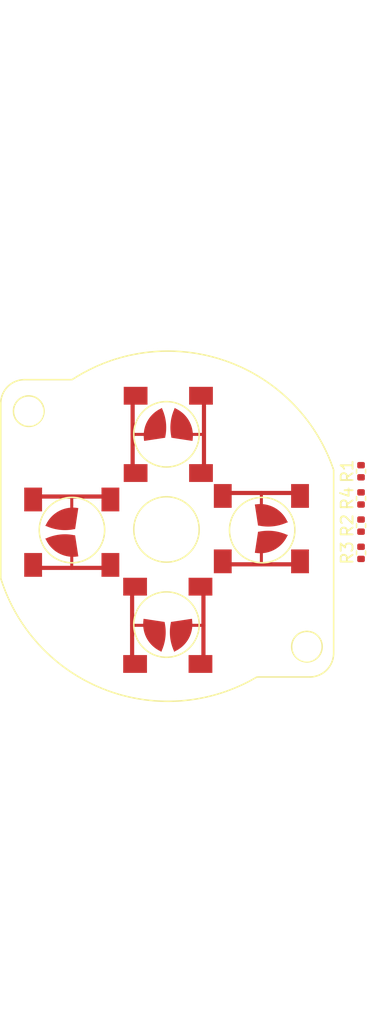
<source format=kicad_pcb>
(kicad_pcb (version 20221018) (generator pcbnew)
  (layers (0 "F.Cu" signal) (31 "B.Cu" signal) (34 "B.Paste" user) (35 "F.Paste" user) (36 "B.SilkS" user "B.Silkscreen") (37 "F.SilkS" user "F.Silkscreen") (38 "B.Mask" user) (39 "F.Mask" user) (44 "Edge.Cuts" user))
  (net 0 "")
  (net 1 "gnd")
  (net 2 "up")
  (net 3 "down")
  (net 4 "left")
  (net 5 "right")
  (net 6 "vcc")
  (footprint "lib:R0402" (layer "F.Cu") (at 167.64 75.436 90)
    (fp_text reference "R2" (at 0 -1.17 90) (layer "F.SilkS"))
    (fp_text value "62.5mW Thick Film Resistors 50V ±100ppm/℃ ±1% 10kΩ 0402  Chip Resistor - Surface Mount ROHS")
    (fp_line (start -0.153641 -0.38) (end 0.153641 -0.38) (stroke (width 0.12)) (layer "F.SilkS"))
    (fp_line (start -0.153641 0.38) (end 0.153641 0.38) (stroke (width 0.12)) (layer "F.SilkS"))
    (pad "1" smd roundrect (at -0.51 0 90) (size 0.54 0.64) (layers "F.Cu" "F.Paste" "F.Mask") (net 1 "gnd"))
    (pad "2" smd roundrect (at 0.51 0 90) (size 0.54 0.64) (layers "F.Cu" "F.Paste" "F.Mask") (net 3 "down"))
  )
  (footprint "lib:GBC_DPAD_BUTTON" (layer "F.Cu") (at 151.428 67.766 -90)
    (fp_text reference "U2" hide)
    (fp_text value "" hide)
    (fp_line (start -3 -3) (end 0 -3) (stroke (width 0.35)) (layer "F.Cu"))
    (fp_line (start -3 3) (end 0 3) (stroke (width 0.35)) (layer "F.Cu"))
    (fp_line (start -2.125 -0.575) (end 0.475 -1.975) (stroke (width 0.127)) (layer "F.Cu"))
    (fp_line (start -2.125 0.575) (end 0.475 1.975) (stroke (width 0.127)) (layer "F.Cu"))
    (fp_line (start 0 -3) (end 0 -1.975) (stroke (width 0.254)) (layer "F.Cu"))
    (fp_line (start 0 -3) (end 3 -3) (stroke (width 0.35)) (layer "F.Cu"))
    (fp_line (start 0 1.975) (end 0 3) (stroke (width 0.254)) (layer "F.Cu"))
    (fp_line (start 0 3) (end 3 3) (stroke (width 0.35)) (layer "F.Cu"))
    (fp_line (start 0.225 -0.325) (end -2.125 -0.575) (stroke (width 0.127)) (layer "F.Cu"))
    (fp_line (start 0.225 0.325) (end -2.125 0.575) (stroke (width 0.127)) (layer "F.Cu"))
    (fp_line (start 0.475 -1.975) (end 0.225 -0.325) (stroke (width 0.127)) (layer "F.Cu"))
    (fp_line (start 0.475 1.975) (end 0.225 0.325) (stroke (width 0.127)) (layer "F.Cu"))
    (fp_arc (start -2.125 -0.575) (mid -1.061796 -1.714762) (end 0.474999 -1.975) (stroke (width 0.127)) (layer "F.Cu"))
    (fp_arc (start -2.125 0.575) (mid -0.970285 0.259324) (end 0.224999 0.325) (stroke (width 0.127)) (layer "F.Cu"))
    (fp_arc (start 0.224999 -0.325) (mid -0.970285 -0.259324) (end -2.125 -0.575) (stroke (width 0.127)) (layer "F.Cu"))
    (fp_arc (start 0.474999 1.975) (mid -1.061796 1.714763) (end -2.125 0.575) (stroke (width 0.127)) (layer "F.Cu"))
    (fp_poly (pts (xy -4 3.75) (xy -2.5 3.75) (xy -2.5 1.75) (xy -4 1.75)) (fill solid) (layer "F.Cu"))
    (fp_poly (pts (xy 0.279604 -0.2615) (xy -1.132817 -0.2615) (xy -2.234421 -0.536901) (xy -1.668942 -1.272023) (xy -0.903148 -1.782552) (xy -0.135305 -2.0385) (xy 0.548846 -2.0385)) (fill solid) (layer "F.Cu"))
    (fp_poly (pts (xy 0.548846 2.0385) (xy -0.135305 2.0385) (xy -0.903148 1.782552) (xy -1.668942 1.272023) (xy -2.234421 0.536901) (xy -1.132817 0.2615) (xy 0.279604 0.2615)) (fill solid) (layer "F.Cu"))
    (pad "1" smd rect (at -3.25 -2.75 270) (size 1.5 2) (layers "F.Cu" "F.Paste" "F.Mask") (net 2 "up"))
    (pad "2" smd rect (at 0 3 270) (size 0.25 0.25) (layers "F.Cu" "F.Paste") (net 6 "vcc"))
    (pad "3" smd rect (at 3.25 -2.75 270) (size 1.5 2) (layers "F.Cu" "F.Paste" "F.Mask") (net 2 "up"))
    (pad "4" smd rect (at 3.25 2.75 270) (size 1.5 2) (layers "F.Cu" "F.Paste" "F.Mask") (net 6 "vcc"))
  )
  (footprint "lib:GBC_DPAD_BUTTON" (layer "F.Cu") (at 151.384 83.82 90)
    (fp_text reference "U3" hide)
    (fp_text value "" hide)
    (fp_line (start -3 -3) (end 0 -3) (stroke (width 0.35)) (layer "F.Cu"))
    (fp_line (start -3 3) (end 0 3) (stroke (width 0.35)) (layer "F.Cu"))
    (fp_line (start -2.125 -0.575) (end 0.475 -1.975) (stroke (width 0.127)) (layer "F.Cu"))
    (fp_line (start -2.125 0.575) (end 0.475 1.975) (stroke (width 0.127)) (layer "F.Cu"))
    (fp_line (start 0 -3) (end 0 -1.975) (stroke (width 0.254)) (layer "F.Cu"))
    (fp_line (start 0 -3) (end 3 -3) (stroke (width 0.35)) (layer "F.Cu"))
    (fp_line (start 0 1.975) (end 0 3) (stroke (width 0.254)) (layer "F.Cu"))
    (fp_line (start 0 3) (end 3 3) (stroke (width 0.35)) (layer "F.Cu"))
    (fp_line (start 0.225 -0.325) (end -2.125 -0.575) (stroke (width 0.127)) (layer "F.Cu"))
    (fp_line (start 0.225 0.325) (end -2.125 0.575) (stroke (width 0.127)) (layer "F.Cu"))
    (fp_line (start 0.475 -1.975) (end 0.225 -0.325) (stroke (width 0.127)) (layer "F.Cu"))
    (fp_line (start 0.475 1.975) (end 0.225 0.325) (stroke (width 0.127)) (layer "F.Cu"))
    (fp_arc (start -2.125 -0.575) (mid -1.061796 -1.714762) (end 0.474999 -1.975) (stroke (width 0.127)) (layer "F.Cu"))
    (fp_arc (start -2.125 0.575) (mid -0.970285 0.259324) (end 0.224999 0.325) (stroke (width 0.127)) (layer "F.Cu"))
    (fp_arc (start 0.224999 -0.325) (mid -0.970285 -0.259324) (end -2.125 -0.575) (stroke (width 0.127)) (layer "F.Cu"))
    (fp_arc (start 0.474999 1.975) (mid -1.061796 1.714763) (end -2.125 0.575) (stroke (width 0.127)) (layer "F.Cu"))
    (fp_poly (pts (xy -4 3.75) (xy -2.5 3.75) (xy -2.5 1.75) (xy -4 1.75)) (fill solid) (layer "F.Cu"))
    (fp_poly (pts (xy 0.279604 -0.2615) (xy -1.132817 -0.2615) (xy -2.234421 -0.536901) (xy -1.668942 -1.272023) (xy -0.903148 -1.782552) (xy -0.135305 -2.0385) (xy 0.548846 -2.0385)) (fill solid) (layer "F.Cu"))
    (fp_poly (pts (xy 0.548846 2.0385) (xy -0.135305 2.0385) (xy -0.903148 1.782552) (xy -1.668942 1.272023) (xy -2.234421 0.536901) (xy -1.132817 0.2615) (xy 0.279604 0.2615)) (fill solid) (layer "F.Cu"))
    (pad "1" smd rect (at -3.25 -2.75 90) (size 1.5 2) (layers "F.Cu" "F.Paste" "F.Mask") (net 3 "down"))
    (pad "2" smd rect (at 0 3 90) (size 0.25 0.25) (layers "F.Cu" "F.Paste") (net 6 "vcc"))
    (pad "3" smd rect (at 3.25 -2.75 90) (size 1.5 2) (layers "F.Cu" "F.Paste" "F.Mask") (net 3 "down"))
    (pad "4" smd rect (at 3.25 2.75 90) (size 1.5 2) (layers "F.Cu" "F.Paste" "F.Mask") (net 6 "vcc"))
  )
  (footprint "lib:GAMEBOY_COLOR_DPAD_MEMBRANE" (layer "F.Cu") (at 151.269651 75.666871)
    (fp_text reference "U1" hide)
    (fp_text value "" hide)
    (fp_line (start -13.93515 4.192481) (end -13.93515 -10.50359) (stroke (width 0.127)) (layer "F.SilkS"))
    (fp_line (start -11.93515 -12.50359) (end -7.932509 -12.50359) (stroke (width 0.127)) (layer "F.SilkS"))
    (fp_line (start 12.06485 12.496409) (end 7.613118 12.496409) (stroke (width 0.127)) (layer "F.SilkS"))
    (fp_line (start 14.06485 -4.916131) (end 14.06485 10.496409) (stroke (width 0.127)) (layer "F.SilkS"))
    (fp_arc (start -13.93515 -10.50359) (mid -13.349364 -11.917804) (end -11.93515 -12.50359) (stroke (width 0.127)) (layer "F.SilkS"))
    (fp_arc (start -7.932509 -12.50359) (mid 4.924905 -14.098653) (end 14.06485 -4.91613) (stroke (width 0.127)) (layer "F.SilkS"))
    (fp_arc (start 7.613118 12.496409) (mid -5.170389 13.558667) (end -13.935151 4.192482) (stroke (width 0.127)) (layer "F.SilkS"))
    (fp_arc (start 14.06485 10.496409) (mid 13.479064 11.910623) (end 12.06485 12.496409) (stroke (width 0.127)) (layer "F.SilkS"))
    (fp_circle (center -11.5826 -9.855181) (end -10.298141 -9.855181) (stroke (width 0.127)) (fill none) (layer "F.SilkS"))
    (fp_circle (center -7.945509 0.145459) (end -5.195509 0.145459) (stroke (width 0.127)) (fill none) (layer "F.SilkS"))
    (fp_circle (center 0.004759 -7.907381) (end 2.754759 -7.907381) (stroke (width 0.127)) (fill none) (layer "F.SilkS"))
    (fp_circle (center 0.004759 0.092618) (end 2.754759 0.092618) (stroke (width 0.127)) (fill none) (layer "F.SilkS"))
    (fp_circle (center 0.004759 8.092618) (end 2.754759 8.092618) (stroke (width 0.127)) (fill none) (layer "F.SilkS"))
    (fp_circle (center 8.05449 0.145459) (end 10.80449 0.145459) (stroke (width 0.127)) (fill none) (layer "F.SilkS"))
    (fp_circle (center 11.818218 9.945731) (end 13.10268 9.945731) (stroke (width 0.127)) (fill none) (layer "F.SilkS"))
    (pad "" np_thru_hole circle (at -11.557 -9.8298) (size 2.413 2.413) (drill 2.413) (layers "*.Cu" "*.Mask"))
    (pad "" np_thru_hole circle (at 11.811 9.9822) (size 2.413 2.413) (drill 2.413) (layers "*.Cu" "*.Mask"))
  )
  (footprint "lib:GBC_DPAD_BUTTON" (layer "F.Cu") (at 159.258 75.692 180)
    (fp_text reference "U5" hide)
    (fp_text value "" hide)
    (fp_line (start -3 -3) (end 0 -3) (stroke (width 0.35)) (layer "F.Cu"))
    (fp_line (start -3 3) (end 0 3) (stroke (width 0.35)) (layer "F.Cu"))
    (fp_line (start -2.125 -0.575) (end 0.475 -1.975) (stroke (width 0.127)) (layer "F.Cu"))
    (fp_line (start -2.125 0.575) (end 0.475 1.975) (stroke (width 0.127)) (layer "F.Cu"))
    (fp_line (start 0 -3) (end 0 -1.975) (stroke (width 0.254)) (layer "F.Cu"))
    (fp_line (start 0 -3) (end 3 -3) (stroke (width 0.35)) (layer "F.Cu"))
    (fp_line (start 0 1.975) (end 0 3) (stroke (width 0.254)) (layer "F.Cu"))
    (fp_line (start 0 3) (end 3 3) (stroke (width 0.35)) (layer "F.Cu"))
    (fp_line (start 0.225 -0.325) (end -2.125 -0.575) (stroke (width 0.127)) (layer "F.Cu"))
    (fp_line (start 0.225 0.325) (end -2.125 0.575) (stroke (width 0.127)) (layer "F.Cu"))
    (fp_line (start 0.475 -1.975) (end 0.225 -0.325) (stroke (width 0.127)) (layer "F.Cu"))
    (fp_line (start 0.475 1.975) (end 0.225 0.325) (stroke (width 0.127)) (layer "F.Cu"))
    (fp_arc (start -2.125 -0.575) (mid -1.061796 -1.714762) (end 0.474999 -1.975) (stroke (width 0.127)) (layer "F.Cu"))
    (fp_arc (start -2.125 0.575) (mid -0.970285 0.259324) (end 0.224999 0.325) (stroke (width 0.127)) (layer "F.Cu"))
    (fp_arc (start 0.224999 -0.325) (mid -0.970285 -0.259324) (end -2.125 -0.575) (stroke (width 0.127)) (layer "F.Cu"))
    (fp_arc (start 0.474999 1.975) (mid -1.061796 1.714763) (end -2.125 0.575) (stroke (width 0.127)) (layer "F.Cu"))
    (fp_poly (pts (xy -4 3.75) (xy -2.5 3.75) (xy -2.5 1.75) (xy -4 1.75)) (fill solid) (layer "F.Cu"))
    (fp_poly (pts (xy 0.279604 -0.2615) (xy -1.132817 -0.2615) (xy -2.234421 -0.536901) (xy -1.668942 -1.272023) (xy -0.903148 -1.782552) (xy -0.135305 -2.0385) (xy 0.548846 -2.0385)) (fill solid) (layer "F.Cu"))
    (fp_poly (pts (xy 0.548846 2.0385) (xy -0.135305 2.0385) (xy -0.903148 1.782552) (xy -1.668942 1.272023) (xy -2.234421 0.536901) (xy -1.132817 0.2615) (xy 0.279604 0.2615)) (fill solid) (layer "F.Cu"))
    (pad "1" smd rect (at -3.25 -2.75 180) (size 1.5 2) (layers "F.Cu" "F.Paste" "F.Mask") (net 5 "right"))
    (pad "2" smd rect (at 0 3 180) (size 0.25 0.25) (layers "F.Cu" "F.Paste") (net 6 "vcc"))
    (pad "3" smd rect (at 3.25 -2.75 180) (size 1.5 2) (layers "F.Cu" "F.Paste" "F.Mask") (net 5 "right"))
    (pad "4" smd rect (at 3.25 2.75 180) (size 1.5 2) (layers "F.Cu" "F.Paste" "F.Mask") (net 6 "vcc"))
  )
  (footprint "lib:R0402" (layer "F.Cu") (at 167.64 73.152 90)
    (fp_text reference "R4" (at 0 -1.17 90) (layer "F.SilkS"))
    (fp_text value "62.5mW Thick Film Resistors 50V ±100ppm/℃ ±1% 10kΩ 0402  Chip Resistor - Surface Mount ROHS")
    (fp_line (start -0.153641 -0.38) (end 0.153641 -0.38) (stroke (width 0.12)) (layer "F.SilkS"))
    (fp_line (start -0.153641 0.38) (end 0.153641 0.38) (stroke (width 0.12)) (layer "F.SilkS"))
    (pad "1" smd roundrect (at -0.51 0 90) (size 0.54 0.64) (layers "F.Cu" "F.Paste" "F.Mask") (net 1 "gnd"))
    (pad "2" smd roundrect (at 0.51 0 90) (size 0.54 0.64) (layers "F.Cu" "F.Paste" "F.Mask") (net 5 "right"))
  )
  (footprint "lib:GBC_DPAD_BUTTON" (layer "F.Cu") (at 143.308 75.99)
    (fp_text reference "U4" hide)
    (fp_text value "" hide)
    (fp_line (start -3 -3) (end 0 -3) (stroke (width 0.35)) (layer "F.Cu"))
    (fp_line (start -3 3) (end 0 3) (stroke (width 0.35)) (layer "F.Cu"))
    (fp_line (start -2.125 -0.575) (end 0.475 -1.975) (stroke (width 0.127)) (layer "F.Cu"))
    (fp_line (start -2.125 0.575) (end 0.475 1.975) (stroke (width 0.127)) (layer "F.Cu"))
    (fp_line (start 0 -3) (end 0 -1.975) (stroke (width 0.254)) (layer "F.Cu"))
    (fp_line (start 0 -3) (end 3 -3) (stroke (width 0.35)) (layer "F.Cu"))
    (fp_line (start 0 1.975) (end 0 3) (stroke (width 0.254)) (layer "F.Cu"))
    (fp_line (start 0 3) (end 3 3) (stroke (width 0.35)) (layer "F.Cu"))
    (fp_line (start 0.225 -0.325) (end -2.125 -0.575) (stroke (width 0.127)) (layer "F.Cu"))
    (fp_line (start 0.225 0.325) (end -2.125 0.575) (stroke (width 0.127)) (layer "F.Cu"))
    (fp_line (start 0.475 -1.975) (end 0.225 -0.325) (stroke (width 0.127)) (layer "F.Cu"))
    (fp_line (start 0.475 1.975) (end 0.225 0.325) (stroke (width 0.127)) (layer "F.Cu"))
    (fp_arc (start -2.125 -0.575) (mid -1.061796 -1.714762) (end 0.474999 -1.975) (stroke (width 0.127)) (layer "F.Cu"))
    (fp_arc (start -2.125 0.575) (mid -0.970285 0.259324) (end 0.224999 0.325) (stroke (width 0.127)) (layer "F.Cu"))
    (fp_arc (start 0.224999 -0.325) (mid -0.970285 -0.259324) (end -2.125 -0.575) (stroke (width 0.127)) (layer "F.Cu"))
    (fp_arc (start 0.474999 1.975) (mid -1.061796 1.714763) (end -2.125 0.575) (stroke (width 0.127)) (layer "F.Cu"))
    (fp_poly (pts (xy -4 3.75) (xy -2.5 3.75) (xy -2.5 1.75) (xy -4 1.75)) (fill solid) (layer "F.Cu"))
    (fp_poly (pts (xy 0.279604 -0.2615) (xy -1.132817 -0.2615) (xy -2.234421 -0.536901) (xy -1.668942 -1.272023) (xy -0.903148 -1.782552) (xy -0.135305 -2.0385) (xy 0.548846 -2.0385)) (fill solid) (layer "F.Cu"))
    (fp_poly (pts (xy 0.548846 2.0385) (xy -0.135305 2.0385) (xy -0.903148 1.782552) (xy -1.668942 1.272023) (xy -2.234421 0.536901) (xy -1.132817 0.2615) (xy 0.279604 0.2615)) (fill solid) (layer "F.Cu"))
    (pad "1" smd rect (at -3.25 -2.75) (size 1.5 2) (layers "F.Cu" "F.Paste" "F.Mask") (net 4 "left"))
    (pad "2" smd rect (at 0 3) (size 0.25 0.25) (layers "F.Cu" "F.Paste") (net 6 "vcc"))
    (pad "3" smd rect (at 3.25 -2.75) (size 1.5 2) (layers "F.Cu" "F.Paste" "F.Mask") (net 4 "left"))
    (pad "4" smd rect (at 3.25 2.75) (size 1.5 2) (layers "F.Cu" "F.Paste" "F.Mask") (net 6 "vcc"))
  )
  (footprint "lib:R0402" (layer "F.Cu") (at 167.64 70.866 90)
    (fp_text reference "R1" (at 0 -1.17 90) (layer "F.SilkS"))
    (fp_text value "62.5mW Thick Film Resistors 50V ±100ppm/℃ ±1% 10kΩ 0402  Chip Resistor - Surface Mount ROHS")
    (fp_line (start -0.153641 -0.38) (end 0.153641 -0.38) (stroke (width 0.12)) (layer "F.SilkS"))
    (fp_line (start -0.153641 0.38) (end 0.153641 0.38) (stroke (width 0.12)) (layer "F.SilkS"))
    (pad "1" smd roundrect (at -0.51 0 90) (size 0.54 0.64) (layers "F.Cu" "F.Paste" "F.Mask") (net 1 "gnd"))
    (pad "2" smd roundrect (at 0.51 0 90) (size 0.54 0.64) (layers "F.Cu" "F.Paste" "F.Mask") (net 2 "up"))
  )
  (footprint "lib:R0402" (layer "F.Cu") (at 167.64 77.726 90)
    (fp_text reference "R3" (at 0 -1.17 90) (layer "F.SilkS"))
    (fp_text value "62.5mW Thick Film Resistors 50V ±100ppm/℃ ±1% 10kΩ 0402  Chip Resistor - Surface Mount ROHS")
    (fp_line (start -0.153641 -0.38) (end 0.153641 -0.38) (stroke (width 0.12)) (layer "F.SilkS"))
    (fp_line (start -0.153641 0.38) (end 0.153641 0.38) (stroke (width 0.12)) (layer "F.SilkS"))
    (pad "1" smd roundrect (at -0.51 0 90) (size 0.54 0.64) (layers "F.Cu" "F.Paste" "F.Mask") (net 1 "gnd"))
    (pad "2" smd roundrect (at 0.51 0 90) (size 0.54 0.64) (layers "F.Cu" "F.Paste" "F.Mask") (net 4 "left"))
  )
)
</source>
